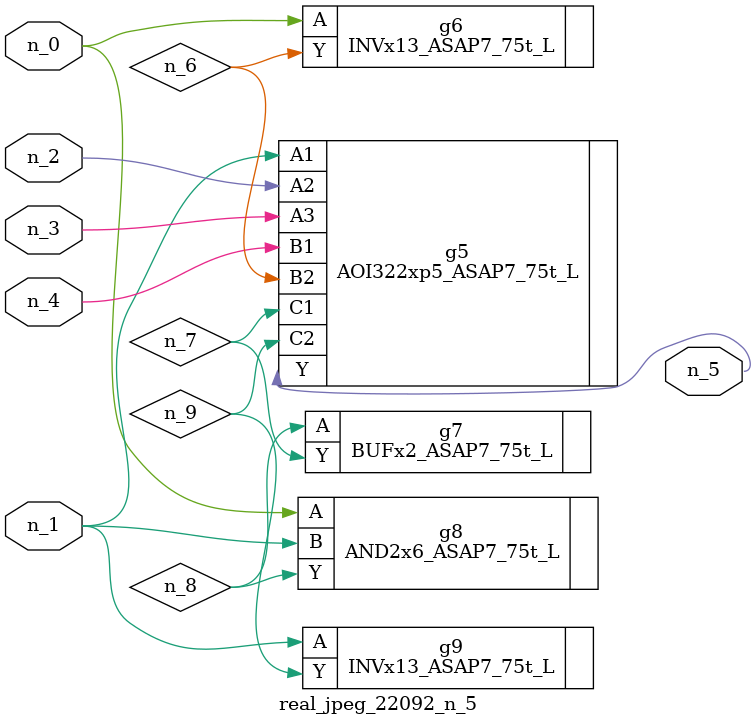
<source format=v>
module real_jpeg_22092_n_5 (n_4, n_0, n_1, n_2, n_3, n_5);

input n_4;
input n_0;
input n_1;
input n_2;
input n_3;

output n_5;

wire n_8;
wire n_6;
wire n_7;
wire n_9;

INVx13_ASAP7_75t_L g6 ( 
.A(n_0),
.Y(n_6)
);

AND2x6_ASAP7_75t_L g8 ( 
.A(n_0),
.B(n_1),
.Y(n_8)
);

AOI322xp5_ASAP7_75t_L g5 ( 
.A1(n_1),
.A2(n_2),
.A3(n_3),
.B1(n_4),
.B2(n_6),
.C1(n_7),
.C2(n_9),
.Y(n_5)
);

INVx13_ASAP7_75t_L g9 ( 
.A(n_1),
.Y(n_9)
);

BUFx2_ASAP7_75t_L g7 ( 
.A(n_8),
.Y(n_7)
);


endmodule
</source>
